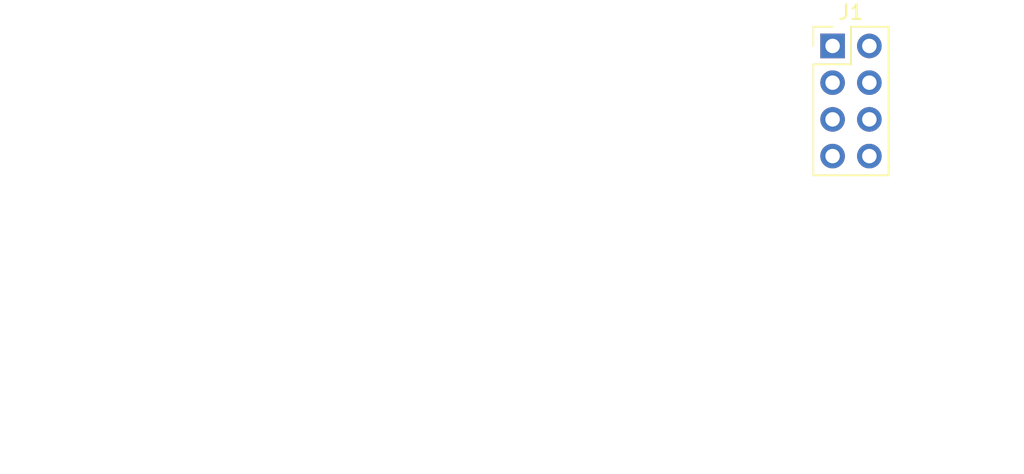
<source format=kicad_pcb>
(kicad_pcb (version 20171130) (host pcbnew "(5.0.1-3-g963ef8bb5)")

  (general
    (thickness 1.6)
    (drawings 0)
    (tracks 0)
    (zones 0)
    (modules 1)
    (nets 9)
  )

  (page A4)
  (layers
    (0 F.Cu signal)
    (31 B.Cu signal)
    (32 B.Adhes user)
    (33 F.Adhes user)
    (34 B.Paste user)
    (35 F.Paste user)
    (36 B.SilkS user)
    (37 F.SilkS user)
    (38 B.Mask user)
    (39 F.Mask user)
    (40 Dwgs.User user)
    (41 Cmts.User user)
    (42 Eco1.User user)
    (43 Eco2.User user)
    (44 Edge.Cuts user)
    (45 Margin user)
    (46 B.CrtYd user)
    (47 F.CrtYd user)
    (48 B.Fab user)
    (49 F.Fab user)
  )

  (setup
    (last_trace_width 0.25)
    (trace_clearance 0.2)
    (zone_clearance 0.508)
    (zone_45_only no)
    (trace_min 0.2)
    (segment_width 0.2)
    (edge_width 0.15)
    (via_size 0.8)
    (via_drill 0.4)
    (via_min_size 0.4)
    (via_min_drill 0.3)
    (uvia_size 0.3)
    (uvia_drill 0.1)
    (uvias_allowed no)
    (uvia_min_size 0.2)
    (uvia_min_drill 0.1)
    (pcb_text_width 0.3)
    (pcb_text_size 1.5 1.5)
    (mod_edge_width 0.15)
    (mod_text_size 1 1)
    (mod_text_width 0.15)
    (pad_size 1.524 1.524)
    (pad_drill 0.762)
    (pad_to_mask_clearance 0.051)
    (solder_mask_min_width 0.25)
    (aux_axis_origin 0 0)
    (visible_elements FFFFFF7F)
    (pcbplotparams
      (layerselection 0x010fc_ffffffff)
      (usegerberextensions false)
      (usegerberattributes false)
      (usegerberadvancedattributes false)
      (creategerberjobfile false)
      (excludeedgelayer true)
      (linewidth 0.100000)
      (plotframeref false)
      (viasonmask false)
      (mode 1)
      (useauxorigin false)
      (hpglpennumber 1)
      (hpglpenspeed 20)
      (hpglpendiameter 15.000000)
      (psnegative false)
      (psa4output false)
      (plotreference true)
      (plotvalue true)
      (plotinvisibletext false)
      (padsonsilk false)
      (subtractmaskfromsilk false)
      (outputformat 1)
      (mirror false)
      (drillshape 1)
      (scaleselection 1)
      (outputdirectory ""))
  )

  (net 0 "")
  (net 1 "Net-(J1-Pad1)")
  (net 2 "Net-(J1-Pad2)")
  (net 3 "Net-(J1-Pad3)")
  (net 4 "Net-(J1-Pad4)")
  (net 5 "Net-(J1-Pad5)")
  (net 6 "Net-(J1-Pad6)")
  (net 7 "Net-(J1-Pad7)")
  (net 8 "Net-(J1-Pad8)")

  (net_class Default "To jest domyślna klasa połączeń."
    (clearance 0.2)
    (trace_width 0.25)
    (via_dia 0.8)
    (via_drill 0.4)
    (uvia_dia 0.3)
    (uvia_drill 0.1)
    (add_net "Net-(J1-Pad1)")
    (add_net "Net-(J1-Pad2)")
    (add_net "Net-(J1-Pad3)")
    (add_net "Net-(J1-Pad4)")
    (add_net "Net-(J1-Pad5)")
    (add_net "Net-(J1-Pad6)")
    (add_net "Net-(J1-Pad7)")
    (add_net "Net-(J1-Pad8)")
  )

  (module Connector_PinHeader_2.54mm:PinHeader_2x04_P2.54mm_Vertical (layer F.Cu) (tedit 59FED5CC) (tstamp 5E988CD9)
    (at 78.74 43.18)
    (descr "Through hole straight pin header, 2x04, 2.54mm pitch, double rows")
    (tags "Through hole pin header THT 2x04 2.54mm double row")
    (path /5E971E88)
    (fp_text reference J1 (at 1.27 -2.33) (layer F.SilkS)
      (effects (font (size 1 1) (thickness 0.15)))
    )
    (fp_text value Conn_02x04_Counter_Clockwise (at 1.27 9.95) (layer F.Fab)
      (effects (font (size 1 1) (thickness 0.15)))
    )
    (fp_line (start 0 -1.27) (end 3.81 -1.27) (layer F.Fab) (width 0.1))
    (fp_line (start 3.81 -1.27) (end 3.81 8.89) (layer F.Fab) (width 0.1))
    (fp_line (start 3.81 8.89) (end -1.27 8.89) (layer F.Fab) (width 0.1))
    (fp_line (start -1.27 8.89) (end -1.27 0) (layer F.Fab) (width 0.1))
    (fp_line (start -1.27 0) (end 0 -1.27) (layer F.Fab) (width 0.1))
    (fp_line (start -1.33 8.95) (end 3.87 8.95) (layer F.SilkS) (width 0.12))
    (fp_line (start -1.33 1.27) (end -1.33 8.95) (layer F.SilkS) (width 0.12))
    (fp_line (start 3.87 -1.33) (end 3.87 8.95) (layer F.SilkS) (width 0.12))
    (fp_line (start -1.33 1.27) (end 1.27 1.27) (layer F.SilkS) (width 0.12))
    (fp_line (start 1.27 1.27) (end 1.27 -1.33) (layer F.SilkS) (width 0.12))
    (fp_line (start 1.27 -1.33) (end 3.87 -1.33) (layer F.SilkS) (width 0.12))
    (fp_line (start -1.33 0) (end -1.33 -1.33) (layer F.SilkS) (width 0.12))
    (fp_line (start -1.33 -1.33) (end 0 -1.33) (layer F.SilkS) (width 0.12))
    (fp_line (start -1.8 -1.8) (end -1.8 9.4) (layer F.CrtYd) (width 0.05))
    (fp_line (start -1.8 9.4) (end 4.35 9.4) (layer F.CrtYd) (width 0.05))
    (fp_line (start 4.35 9.4) (end 4.35 -1.8) (layer F.CrtYd) (width 0.05))
    (fp_line (start 4.35 -1.8) (end -1.8 -1.8) (layer F.CrtYd) (width 0.05))
    (fp_text user %R (at -56.689001 28.654999 90) (layer F.Fab)
      (effects (font (size 1 1) (thickness 0.15)))
    )
    (pad 1 thru_hole rect (at 0 0) (size 1.7 1.7) (drill 1) (layers *.Cu *.Mask)
      (net 1 "Net-(J1-Pad1)"))
    (pad 2 thru_hole oval (at 2.54 0) (size 1.7 1.7) (drill 1) (layers *.Cu *.Mask)
      (net 2 "Net-(J1-Pad2)"))
    (pad 3 thru_hole oval (at 0 2.54) (size 1.7 1.7) (drill 1) (layers *.Cu *.Mask)
      (net 3 "Net-(J1-Pad3)"))
    (pad 4 thru_hole oval (at 2.54 2.54) (size 1.7 1.7) (drill 1) (layers *.Cu *.Mask)
      (net 4 "Net-(J1-Pad4)"))
    (pad 5 thru_hole oval (at 0 5.08) (size 1.7 1.7) (drill 1) (layers *.Cu *.Mask)
      (net 5 "Net-(J1-Pad5)"))
    (pad 6 thru_hole oval (at 2.54 5.08) (size 1.7 1.7) (drill 1) (layers *.Cu *.Mask)
      (net 6 "Net-(J1-Pad6)"))
    (pad 7 thru_hole oval (at 0 7.62) (size 1.7 1.7) (drill 1) (layers *.Cu *.Mask)
      (net 7 "Net-(J1-Pad7)"))
    (pad 8 thru_hole oval (at 2.54 7.62) (size 1.7 1.7) (drill 1) (layers *.Cu *.Mask)
      (net 8 "Net-(J1-Pad8)"))
    (model ${KISYS3DMOD}/Connector_PinHeader_2.54mm.3dshapes/PinHeader_2x04_P2.54mm_Vertical.wrl
      (at (xyz 0 0 0))
      (scale (xyz 1 1 1))
      (rotate (xyz 0 0 0))
    )
  )

)

</source>
